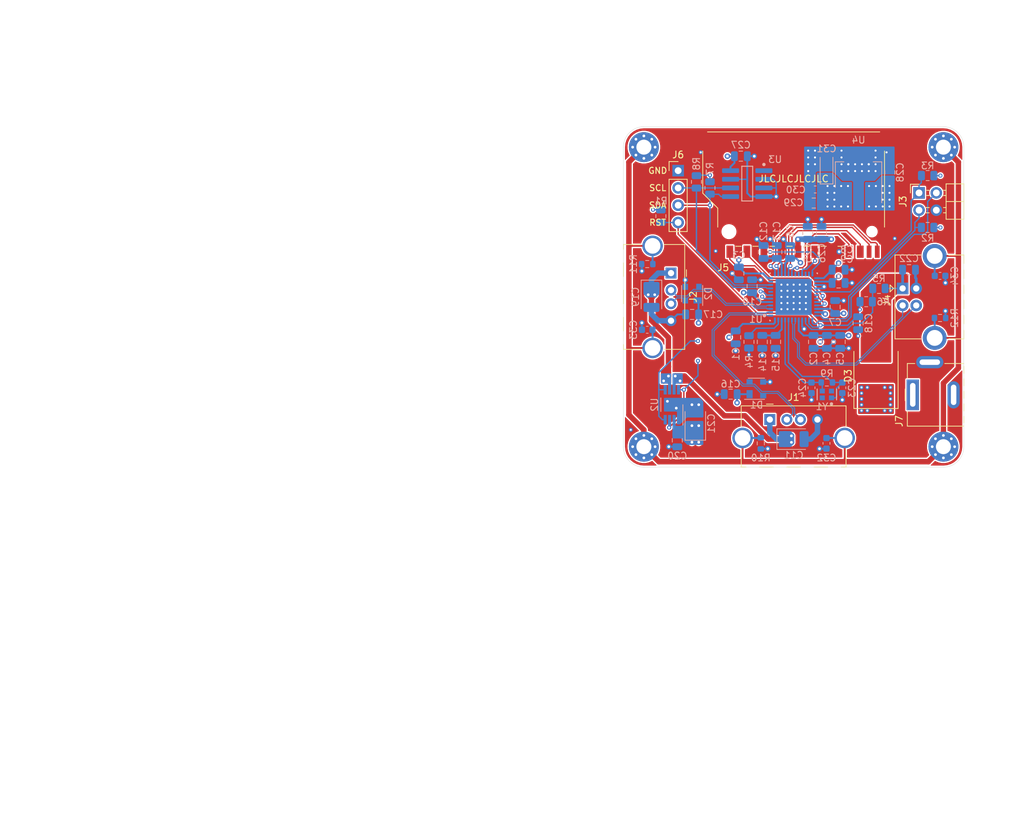
<source format=kicad_pcb>
(kicad_pcb (version 20240108) (generator "pcbnew") (generator_version "8.0")
  (title_block (title "Project 2901") (date "22/11/2020") (rev "1.0") (company "Douglas Almeida") (comment 1 "SD card reader with 2-port USB hub and I²C bridge."))
  (layers (0 "F.Cu" signal) (1 "In1.Cu" power) (2 "In2.Cu" power) (31 "B.Cu" signal) (34 "B.Paste" user) (35 "F.Paste" user) (36 "B.SilkS" user "B.Silkscreen") (37 "F.SilkS" user "F.Silkscreen") (38 "B.Mask" user) (39 "F.Mask" user) (44 "Edge.Cuts" user))
  (net 0 "")
  (net 1 "GND")
  (net 2 "+3V3")
  (net 3 "Net-(J1-VBUS)")
  (net 4 "Net-(U1-VDD18)")
  (net 5 "Net-(U1-VDD18PLL)")
  (net 6 "+5V")
  (net 7 "/nRESET")
  (net 8 "Net-(J2-VBUS)")
  (net 9 "Net-(D3-A)")
  (net 10 "Net-(U1-XTAL2)")
  (net 11 "Net-(U1-XTAL1(CLKIN))")
  (net 12 "Net-(J5-VDD)")
  (net 13 "Net-(J3-Pin_3)")
  (net 14 "Net-(J3-Pin_2)")
  (net 15 "Net-(J3-Pin_1)")
  (net 16 "Net-(J5-DAT2)")
  (net 17 "Net-(J5-CMD)")
  (net 18 "Net-(J5-CLK)")
  (net 19 "Net-(J5-DAT1)")
  (net 20 "Net-(J5-WRITE_PROTECT)")
  (net 21 "Net-(J5-CARD_DETECT)")
  (net 22 "Net-(J5-CD{slash}DAT3)")
  (net 23 "Net-(J5-DAT0)")
  (net 24 "Net-(J6-Pin_3)")
  (net 25 "Net-(J6-Pin_2)")
  (net 26 "Net-(U1-RBIAS)")
  (net 27 "Net-(U1-VBUS_DET)")
  (net 30 "/USB2+")
  (net 31 "/USB2-")
  (net 32 "/USB3-")
  (net 33 "/USB3+")
  (net 34 "/USB0-")
  (net 35 "/USB0+")
  (net 36 "SHIELD")
  (net 42 "Net-(U1-PRTCTL3)")
  (net 44 "Net-(U1-PRTCTL2)")
  (footprint "Extra:GCT_MEM1055-00-280-01-B" (layer "F.Cu") (at 145 85.411 180)
    (property "Reference" "J5")
    (property "Value" "SD_Card")
  )
  (footprint "MountingHole:MountingHole_2.2mm_M2_Pad_Via" (layer "F.Cu") (at 123 73)
    (property "Reference" "H1" (hide yes))
    (property "Value" "MountingHole_Pad")
  )
  (footprint "MountingHole:MountingHole_2.2mm_M2_Pad_Via" (layer "F.Cu") (at 123 117)
    (property "Reference" "H2" (hide yes))
    (property "Value" "MountingHole_Pad")
  )
  (footprint "MountingHole:MountingHole_2.2mm_M2_Pad_Via" (layer "F.Cu") (at 167 117)
    (property "Reference" "H4" (hide yes))
    (property "Value" "MountingHole_Pad")
  )
  (footprint "MountingHole:MountingHole_2.2mm_M2_Pad_Via" (layer "F.Cu") (at 167 73)
    (property "Reference" "H3" (hide yes))
    (property "Value" "MountingHole_Pad")
  )
  (footprint "Extra:AF90_protruded_6_mm" (layer "F.Cu") (at 141.5 113.01)
    (property "Reference" "J1")
    (property "Value" "Downstream_2")
  )
  (footprint "Extra:AF90_protruded_6_mm" (layer "F.Cu") (at 126.99 91.5 -90)
    (property "Reference" "J2")
    (property "Value" "Downstream_3")
  )
  (footprint "Extra:PinHeader_2x02_P2.54mm_Horizontal_protruded_6_mm" (layer "F.Cu") (at 163.42 79.72)
    (property "Reference" "J3")
    (property "Value" "I²C")
  )
  (footprint "Extra:USB_B_OST_USB-B1HSxx_Horizontal_Protruded_6_mm" (layer "F.Cu") (at 161.01 93.75)
    (property "Reference" "J4")
    (property "Value" "Upstream")
  )
  (footprint "Connector_PinHeader_2.54mm:PinHeader_1x04_P2.54mm_Vertical" (layer "F.Cu") (at 128.036 76.45)
    (property "Reference" "J6")
    (property "Value" "EEPROM_Pgm")
  )
  (footprint "Diode_SMD:D_SMC" (layer "F.Cu") (at 157.098 106.594 90)
    (property "Reference" "D3")
    (property "Value" "SS34")
  )
  (footprint "Extra:BarrelJack_DC-005_protruded_6_mm" (layer "F.Cu") (at 162.5 109.385 90)
    (property "Reference" "J7")
    (property "Value" "External_Power")
  )
  (footprint "Capacitor_Tantalum_SMD:CP_EIA-3528-21_Kemet-B" (layer "B.Cu") (at 145 115.885)
    (property "Reference" "C11")
    (property "Value" "100µF")
  )
  (footprint "Capacitor_Tantalum_SMD:CP_EIA-3528-21_Kemet-B" (layer "B.Cu") (at 124.115 95 -90)
    (property "Reference" "C19")
    (property "Value" "100µF")
  )
  (footprint "Capacitor_SMD:C_0805_2012Metric" (layer "B.Cu") (at 137.2455 74.328 180)
    (property "Reference" "C27")
    (property "Value" "100nF")
  )
  (footprint "Resistor_SMD:R_0805_2012Metric" (layer "B.Cu") (at 164.686 77.18 180)
    (property "Reference" "R3")
    (property "Value" "10k")
  )
  (footprint "Extra:TI_DGN0008G" (layer "B.Cu") (at 127.11 110.834 90)
    (property "Reference" "U2")
    (property "Value" "TPS2052C")
  )
  (footprint "Extra:Murata_XRCGB24M000F0L00R0" (layer "B.Cu") (at 149.881 109.326 180)
    (property "Reference" "Y1")
    (property "Value" "XRCGB24M000F0L00R0")
  )
  (footprint "Capacitor_SMD:C_0603_1608Metric" (layer "B.Cu") (at 152.151 108.3505 90)
    (property "Reference" "C23")
    (property "Value" "18pF")
  )
  (footprint "Resistor_SMD:R_0805_2012Metric" (layer "B.Cu") (at 125.496 83.1325 -90)
    (property "Reference" "R1")
    (property "Value" "100k")
  )
  (footprint "Resistor_SMD:R_0603_1608Metric" (layer "B.Cu") (at 149.881 107.563)
    (property "Reference" "R9")
    (property "Value" "1M")
  )
  (footprint "Extra:BGX50AE6327" (layer "B.Cu") (at 139.532 108.489)
    (property "Reference" "D1")
    (property "Value" "BGX50AE6327")
  )
  (footprint "Resistor_SMD:R_0805_2012Metric" (layer "B.Cu") (at 155.6575 95.702 180)
    (property "Reference" "R6")
    (property "Value" "100k")
  )
  (footprint "Capacitor_SMD:C_0805_2012Metric" (layer "B.Cu") (at 161.9475 91 180)
    (property "Reference" "C22")
    (property "Value" "1µF")
  )
  (footprint "Capacitor_SMD:C_0805_2012Metric" (layer "B.Cu") (at 147.075785 85.583 -90)
    (property "Reference" "C25")
    (property "Value" "100nF")
  )
  (footprint "Capacitor_SMD:C_0805_2012Metric" (layer "B.Cu") (at 149.095142 85.583 -90)
    (property "Reference" "C26")
    (property "Value" "4.7µF")
  )
  (footprint "Extra:Atmel_AT24C04BN" (layer "B.Cu") (at 138.183 78.355 180)
    (property "Reference" "U3")
    (property "Value" "AT24C04")
  )
  (footprint "Resistor_SMD:R_0805_2012Metric" (layer "B.Cu") (at 130.724 78.1 -90)
    (property "Reference" "R8")
    (property "Value" "10k")
  )
  (footprint "Resistor_SMD:R_0805_2012Metric" (layer "B.Cu") (at 132.708 78.99 -90)
    (property "Reference" "R7")
    (property "Value" "10k")
  )
  (footprint "Capacitor_SMD:C_0805_2012Metric" (layer "B.Cu") (at 135.751 109.289)
    (property "Reference" "C16")
    (property "Value" "100nF")
  )
  (footprint "Capacitor_SMD:C_0805_2012Metric" (layer "B.Cu") (at 127.91 116.064 90)
    (property "Reference" "C20")
    (property "Value" "100nF")
  )
  (footprint "Capacitor_SMD:C_0805_2012Metric" (layer "B.Cu") (at 130.09 97.569)
    (property "Reference" "C17")
    (property "Value" "100nF")
  )
  (footprint "Extra:BGX50AE6327" (layer "B.Cu") (at 130.09 94.516 90)
    (property "Reference" "D2")
    (property "Value" "BGX50AE6327")
  )
  (footprint "Capacitor_SMD:C_0805_2012Metric" (layer "B.Cu") (at 159.133 76.708 -90)
    (property "Reference" "C28")
    (property "Value" "4.7µF")
  )
  (footprint "Capacitor_SMD:C_0603_1608Metric" (layer "B.Cu") (at 147.62 108.3505 90)
    (property "Reference" "C24")
    (property "Value" "18pF")
  )
  (footprint "Resistor_SMD:R_0805_2012Metric" (layer "B.Cu") (at 157.5325 93.75 180)
    (property "Reference" "R5")
    (property "Value" "100k")
  )
  (footprint "Capacitor_SMD:C_0805_2012Metric" (layer "B.Cu") (at 147.963 81.214)
    (property "Reference" "C29")
    (property "Value" "4.7µF")
  )
  (footprint "Capacitor_Tantalum_SMD:CP_EIA-3528-21_Kemet-B" (layer "B.Cu") (at 130.5595 113.589 90)
    (property "Reference" "C21")
    (property "Value" "100µF")
  )
  (footprint "Capacitor_SMD:C_0603_1608Metric" (layer "B.Cu") (at 149.824 116.5075 90)
    (property "Reference" "C32")
    (property "Value" "100nF")
  )
  (footprint "Capacitor_SMD:C_0603_1608Metric" (layer "B.Cu") (at 123.4925 99.825)
    (property "Reference" "C33")
    (property "Value" "100nF")
  )
  (footprint "Capacitor_SMD:C_0603_1608Metric" (layer "B.Cu") (at 166.5075 91.906 180)
    (property "Reference" "C34")
    (property "Value" "100nF")
  )
  (footprint "Resistor_SMD:R_0603_1608Metric" (layer "B.Cu") (at 140.175 116.5075 90)
    (property "Reference" "R10")
    (property "Value" "330")
  )
  (footprint "Resistor_SMD:R_0603_1608Metric" (layer "B.Cu") (at 166.5075 98.095 180)
    (property "Reference" "R12")
    (property "Value" "330")
  )
  (footprint "Capacitor_Tantalum_SMD:CP_EIA-3216-18_Kemet-A" (layer "B.Cu") (at 149.833 76.087 90)
    (property "Reference" "C31")
    (property "Value" "10µF")
  )
  (footprint "Resistor_SMD:R_0603_1608Metric" (layer "B.Cu") (at 123.4925 90.175)
    (property "Reference" "R11")
    (property "Value" "330")
  )
  (footprint "Capacitor_SMD:C_0805_2012Metric" (layer "B.Cu") (at 142.353 101.603 90)
    (property "Reference" "C15")
    (property "Value" "1µF")
  )
  (footprint "Capacitor_SMD:C_0805_2012Metric" (layer "B.Cu") (at 140.395 101.603 90)
    (property "Reference" "C14")
    (property "Value" "100nF")
  )
  (footprint "Capacitor_SMD:C_0805_2012Metric" (layer "B.Cu") (at 142.5245 88.3975 -90)
    (property "Reference" "C13")
    (property "Value" "100nF")
  )
  (footprint "Capacitor_SMD:C_0805_2012Metric" (layer "B.Cu") (at 140.574 88.3975 -90)
    (property "Reference" "C12")
    (property "Value" "1µF")
  )
  (footprint "Capacitor_SMD:C_0805_2012Metric" (layer "B.Cu") (at 151.6025 92.95 180)
    (property "Reference" "C9")
    (property "Value" "100nF")
  )
  (footprint "Capacitor_SMD:C_0805_2012Metric" (layer "B.Cu") (at 151.6025 90.999 180)
    (property "Reference" "C8")
    (property "Value" "100nF")
  )
  (footprint "Capacitor_SMD:C_0805_2012Metric" (layer "B.Cu") (at 151.098 96.4845 -90)
    (property "Reference" "C7")
    (property "Value" "100nF")
  )
  (footprint "Capacitor_SMD:C_0805_2012Metric" (layer "B.Cu") (at 144.4745 88.3975 -90)
    (property "Reference" "C6")
    (property "Value" "100nF")
  )
  (footprint "Capacitor_SMD:C_0805_2012Metric" (layer "B.Cu") (at 151.838 101.603 90)
    (property "Reference" "C5")
    (property "Value" "4.7µF")
  )
  (footprint "Capacitor_SMD:C_0805_2012Metric" (layer "B.Cu") (at 149.885 101.603 90)
    (property "Reference" "C4")
    (property "Value" "4.7µF")
  )
  (footprint "Capacitor_SMD:C_0805_2012Metric" (layer "B.Cu") (at 147.932 101.603 90)
    (property "Reference" "C2")
    (property "Value" "100nF")
  )
  (footprint "Capacitor_SMD:C_0805_2012Metric" (layer "B.Cu") (at 136.485 100.9355 90)
    (property "Reference" "C1")
    (property "Value" "100nF")
  )
  (footprint "Resistor_SMD:R_0805_2012Metric" (layer "B.Cu") (at 138.438 101.603 90)
    (property "Reference" "R4")
    (property "Value" "12k")
  )
  (footprint "Capacitor_SMD:C_0805_2012Metric" (layer "B.Cu") (at 136.94943 91.549 90)
    (property "Reference" "C3")
    (property "Value" "100nF")
  )
  (footprint "Capacitor_SMD:C_0805_2012Metric" (layer "B.Cu") (at 138.902 93.424 -90)
    (property "Reference" "C10")
    (property "Value" "100nF")
  )
  (footprint "Extra:Microchip_USB2642-I_ML" (layer "B.Cu") (at 145 95)
    (property "Reference" "U1")
    (property "Value" "USB2642-I_ML")
  )
  (footprint "Package_TO_SOT_SMD:SOT-223-3_TabPin2" (layer "B.Cu") (at 154.532 77.064 90)
    (property "Reference" "U4")
    (property "Value" "AP7361-33E-13")
  )
  (footprint "Capacitor_SMD:C_0603_1608Metric" (layer "B.Cu") (at 148.17 79.214)
    (property "Reference" "C30")
    (property "Value" "1nF")
  )
  (footprint "Resistor_SMD:R_0805_2012Metric" (layer "B.Cu") (at 164.686 84.8 180)
    (property "Reference" "R2")
    (property "Value" "10k")
  )
  (footprint "Capacitor_SMD:C_0805_2012Metric" (layer "B.Cu") (at 154.473 98.858 90)
    (property "Reference" "C18")
    (property "Value" "100nF")
  )
  (gr_arc (start 123 120) (mid 120.87868 119.12132) (end 120 117) (stroke (width 0.05)) (layer "Edge.Cuts"))
  (gr_arc (start 170 117) (mid 169.12132 119.12132) (end 167 120) (stroke (width 0.05)) (layer "Edge.Cuts"))
  (gr_arc (start 167 70) (mid 169.12132 70.87868) (end 170 73) (stroke (width 0.05)) (layer "Edge.Cuts"))
  (gr_arc (start 120 73) (mid 120.87868 70.87868) (end 123 70) (stroke (width 0.05)) (layer "Edge.Cuts"))
  (gr_line (start 167 70) (end 123 70) (stroke (width 0.05)) (layer "Edge.Cuts"))
  (gr_line (start 170 117) (end 170 73) (stroke (width 0.05)) (layer "Edge.Cuts"))
  (gr_line (start 123 120) (end 167 120) (stroke (width 0.05)) (layer "Edge.Cuts"))
  (gr_line (start 120 73) (end 120 117) (stroke (width 0.05)) (layer "Edge.Cuts"))
  (gr_text "SDA" (at 125.036 81.53 0) (layer "F.SilkS") (effects (font (size 0.9 0.9))))
  (gr_text "SCL" (at 125.036 78.99 0) (layer "F.SilkS") (effects (font (size 0.9 0.9))))
  (gr_text "GND" (at 125.036 76.45 0) (layer "F.SilkS") (effects (font (size 0.9 0.9))))
  (gr_text "JLCJLCJLCJLC" (at 145 77.65 0) (layer "F.SilkS") (effects (font (size 1 1))))
  (gr_text "RST" (at 125.036 84.07 0) (layer "F.SilkS") (effects (font (size 0.9 0.9))))
  (segment (start 158.65 71.9111) (end 158.65 73.762) (width 0.28) (layer "F.Cu") (net 1))
  (segment (start 158.65 86.411) (end 159.85 86.411) (width 0.28) (layer "F.Cu") (net 1))
  (segment (start 131.35 71.9111) (end 131.35 73.762) (width 0.28) (layer "F.Cu") (net 1))
  (segment (start 133.55 86.411) (end 133.55 88.262) (width 0.28) (layer "F.Cu") (net 1))
  (segment (start 143.13143 88.361) (end 143.13143 86.88832) (width 0.28) (layer "F.Cu") (net 1))
  (segment (start 143.13143 86.88832) (end 143.49925 86.5205) (width 0.28) (layer "F.Cu") (net 1))
  (segment (start 150.63143 88.361) (end 151.683 88.361) (width 0.28) (layer "F.Cu") (net 1))
  (via (at 126.46 110.334) (size 0.8) (drill 0.4) (layers "F.Cu" "B.Cu") (net 1))
  (via (at 155.032 76.515) (size 0.6) (drill 0.3) (layers "F.Cu" "B.Cu") (net 1))
  (via (at 156.032 76.515) (size 0.6) (drill 0.3) (layers "F.Cu" "B.Cu") (net 1))
  (via (at 153.032 75.515) (size 0.6) (drill 0.3) (layers "F.Cu" "B.Cu") (net 1))
  (via (at 154.032 76.515) (size 0.6) (drill 0.3) (layers "F.Cu" "B.Cu") (net 1))
  (via (at 141.54925 86.5205) (size 0.8) (drill 0.4) (layers "F.Cu" "B.Cu") (net 1))
  (via (at 140.153 92.4865) (size 0.8) (drill 0.4) (layers "F.Cu" "B.Cu") (net 1))
  (via (at 153.577 92.95) (size 0.8) (drill 0.4) (layers "F.Cu" "B.Cu") (net 1))
  (via (at 136.485 102.911) (size 0.8) (drill 0.4) (layers "F.Cu" "B.Cu") (net 1))
  (via (at 138.438 103.479) (size 0.6) (drill 0.3) (layers "F.Cu" "B.Cu") (net 1))
  (via (at 142.353 103.579) (size 0.8) (drill 0.4) (layers "F.Cu" "B.Cu") (net 1))
  (via (at 140.395 103.579) (size 0.8) (drill 0.4) (layers "F.Cu" "B.Cu") (net 1))
  (via (at 150.8615 101.603) (size 0.8) (drill 0.4) (layers "F.Cu" "B.Cu") (net 1))
  (via (at 153.089 102.5405) (size 0.8) (drill 0.4) (layers "F.Cu" "B.Cu") (net 1))
  (via (at 153.577 90.999) (size 0.8) (drill 0.4) (layers "F.Cu" "B.Cu") (net 1))
  (via (at 149.477 93.5) (size 0.8) (drill 0.4) (layers "F.Cu" "B.Cu") (net 1))
  (via (at 146.553505 99.703452) (size 0.8) (drill 0.4) (layers "F.Cu" "B.Cu") (net 1))
  (via (at 135.97293 91.547) (size 0.8) (drill 0.4) (layers "F.Cu" "B.Cu") (net 1))
  (via (at 152.349 95.547) (size 0.8) (drill 0.4) (layers "F.Cu" "B.Cu") (net 1))
  (via (at 143.49925 86.5205) (size 0.8) (drill 0.4) (layers "F.Cu" "B.Cu") (net 1))
  (via (at 139.59875 86.5205) (size 0.8) (drill 0.4) (layers "F.Cu" "B.Cu") (net 1))
  (via (at 153.032 76.515) (size 0.6) (drill 0.3) (layers "F.Cu" "B.Cu") (net 1))
  (via (at 156.032 75.515) (size 0.6) (drill 0.3) (layers "F.Cu" "B.Cu") (net 1))
  (via (at 154.032 75.515) (size 0.6) (drill 0.3) (layers "F.Cu" "B.Cu") (net 1))
  (via (at 155.032 75.515) (size 0.6) (drill 0.3) (layers "F.Cu" "B.Cu") (net 1))
  (via (at 157.032 76.515) (size 0.6) (drill 0.3) (layers "F.Cu" "B.Cu") (net 1))
  (via (at 156.032 75.515) (size 0.6) (drill 0.3) (layers "F.Cu" "B.Cu") (net 1))
  (via (at 157.032 75.515) (size 0.6) (drill 0.3) (layers "F.Cu" "B.Cu") (net 1))
  (via (at 157.032 74.515) (size 0.6) (drill 0.3) (layers "F.Cu" "B.Cu") (net 1))
  (via (at 157.032 73.515) (size 0.6) (drill 0.3) (layers "F.Cu" "B.Cu") (net 1))
  (via (at 152.032 76.515) (size 0.6) (drill 0.3) (layers "F.Cu" "B.Cu") (net 1))
  (via (at 153.032 75.515) (size 0.6) (drill 0.3) (layers "F.Cu" "B.Cu") (net 1))
  (via (at 152.032 75.515) (size 0.6) (drill 0.3) (layers "F.Cu" "B.Cu") (net 1))
  (via (at 152.032 74.515) (size 0.6) (drill 0.3) (layers "F.Cu" "B.Cu") (net 1))
  (via (at 152.032 73.515) (size 0.6) (drill 0.3) (layers "F.Cu" "B.Cu") (net 1))
  (via (at 148.138 73.514) (size 0.6) (drill 0.3) (layers "F.Cu" "B.Cu") (net 1))
  (via (at 147.138 74.514) (size 0.6) (drill 0.3) (layers "F.Cu" "B.Cu") (net 1))
  (via (at 148.138 74.514) (size 0.6) (drill 0.3) (layers "F.Cu" "B.Cu") (net 1))
  (via (at 147.138 75.514) (size 0.6) (drill 0.3) (layers "F.Cu" "B.Cu") (net 1))
  (via (at 148.138 75.514) (size 0.6) (drill 0.3) (layers "F.Cu" "B.Cu") (net 1))
  (via (at 147.138 76.514) (size 0.6) (drill 0.3) (layers "F.Cu" "B.Cu") (net 1))
  (via (at 167.295 97.07) (size 0.8) (drill 0.4) (layers "F.Cu" "B.Cu") (net 1))
  (via (at 141.533 107.489) (size 0.8) (drill 0.4) (layers "F.Cu" "B.Cu") (net 1))
  (via (at 167.295 92.931) (size 0.8) (drill 0.4) (layers "F.Cu" "B.Cu") (net 1))
  (via (at 122.705 91.201) (size 0.8) (drill 0.4) (layers "F.Cu" "B.Cu") (net 1))
  (via (at 133.775 109.289) (size 0.8) (drill 0.4) (layers "F.Cu" "B.Cu") (net 1))
  (via (at 142.434 80.26) (size 0.8) (drill 0.4) (layers "F.Cu" "B.Cu") (net 1))
  (via (at 152.151 110.127) (size 0.8) (drill 0.4) (layers "F.Cu" "B.Cu") (net 1))
  (via (at 151.683 88.361) (size 0.8) (drill 0.4) (layers "F.Cu" "B.Cu") (net 1))
  (via (at 147.138 73.514) (size 0.6) (drill 0.3) (layers "F.Cu" "B.Cu") (net 1))
  (via (at 149.095142 83.6075) (size 0.8) (drill 0.4) (layers "F.Cu" "B.Cu") (net 1))
  (via (at 148.799 117.295) (size 0.8) (drill 0.4) (layers "F.Cu" "B.Cu") (net 1))
  (via (at 133.55 88.262) (size 0.6) (drill 0.3) (layers "F.Cu" "B.Cu") (net 1))
  (via (at 154.72 96.852) (size 0.6) (drill 0.3) (layers "F.Cu" "B.Cu") (net 1))
  (via (at 131.35 73.762) (size 0.6) (drill 0.3) (layers "F.Cu" "B.Cu") (net 1))
  (via (at 147.075785 83.6075) (size 0.8) (drill 0.4) (layers "F.Cu" "B.Cu") (net 1))
  (via (at 131.0595 110.834) (size 0.8) (drill 0.4) (layers "F.Cu" "B.Cu") (net 1))
  (via (at 121.08 114.52) (size 0.6) (drill 0.3) (layers "F.Cu" "B.Cu") (net 1))
  (via (at 129.09 92.515) (size 0.8) (drill 0.4) (layers "F.Cu" "B.Cu") (net 1))
  (via (at 158.65 73.762) (size 0.6) (drill 0.3) (layers "F.Cu" "B.Cu") (net 1))
  (via (at 130.0595 110.834) (size 0.8) (drill 0.4) (layers "F.Cu" "B.Cu") (net 1))
  (via (at 127.76 111.334) (size 0.8) (drill 0.4) (layers "F.Cu" "B.Cu") (net 1))
  (via (at 122.705 98.799) (size 0.8) (drill 0.4) (layers "F.Cu" "B.Cu") (net 1))
  (via (at 126.659 117.0015) (size 0.8) (drill 0.4) (layers "F.Cu" "B.Cu") (net 1))
  (via (at 159.85 86.411) (size 0.6) (drill 0.3) (layers "F.Cu" "B.Cu") (net 1))
  (via (at 147.62 110.127) (size 0.8) (drill 0.4) (layers "F.Cu" "B.Cu") (net 1))
  (via (at 141.2 117.295) (size 0.8) (drill 0.4) (layers "F.Cu" "B.Cu") (net 1))
  (via (at 154.473 100.733) (size 0.6) (drill 0.3) (layers "F.Cu" "B.Cu") (net 1))
  (via (at 139.221 74.328) (size 0.8) (drill 0.4) (layers "F.Cu" "B.Cu") (net 1))
  (segment (start 138.183 77.926) (end 138.183 79.756) (width 0.28) (layer "B.Cu") (net 1))
  (segment (start 136.88143 92.4865) (end 136.84243 92.4865) (width 0.28) (layer "B.Cu") (net 1))
  (segment (start 136.91043 92.4845) (end 135.97293 91.547) (width 0.28) (layer "B.Cu") (net 1))
  (segment (start 138.902 92.4865) (end 140.153 92.4865) (width 0.28) (layer "B.Cu") (net 1))
  (segment (start 152.54 92.95) (end 153.577 92.95) (width 0.28) (layer "B.Cu") (net 1))
  (segment (start 152.54 90.999) (end 153.577 90.999) (width 0.28) (layer "B.Cu") (net 1))
  (segment (start 153.089 102.5405) (end 147.932 102.5405) (width 0.28) (layer "B.Cu") (net 1))
  (segment (start 149.885 102.5405) (end 149.924 102.5405) (width 0.28) (layer "B.Cu") (net 1))
  (segment (start 149.924 102.5405) (end 150.8615 101.603) (width 0.28) (layer "B.Cu") (net 1))
  (segment (start 136.485 101.873) (end 136.485 102.911) (width 0.28) (layer "B.Cu") (net 1))
  (segment (start 138.438 102.5405) (end 138.438 103.479) (width 0.2) (layer "B.Cu") (net 1))
  (segment (start 140.395 102.5405) (end 140.395 103.579) (width 0.28) (layer "B.Cu") (net 1))
  (segment (start 142.353 102.5405) (end 142.353 103.579) (width 0.28) (layer "B.Cu") (net 1))
  (segment (start 148.37 93.25) (end 149.227 93.25) (width 0.28) (layer "B.Cu") (net 1))
  (segment (start 149.227 93.25) (end 149.477 93.5) (width 0.28) (layer "B.Cu") (net 1))
  (segment (start 148.37 93.75) (end 149.227 93.75) (width 0.28) (layer "B.Cu") (net 1))
  (segment (start 149.227 93.75) (end 149.477 93.5) (width 0.28) (layer "B.Cu") (net 1))
  (segment (start 146.25 98.37) (end 146.25 99.329227) (width 0.28) (layer "B.Cu") (net 1))
  (segment (start 146.25 99.329227) (end 146.588865 99.668092) (width 0.28) (layer "B.Cu") (net 1))
  (segment (start 142.48875 87.46) (end 141.54925 86.5205) (width 0.28) (layer "B.Cu") (net 1))
  (segment (start 151.098 95.547) (end 152.349 95.547) (width 0.28) (layer "B.Cu") (net 1))
  (segment (start 144.43875 87.46) (end 143.49925 86.5205) (width 0.28) (layer "B.Cu") (net 1))
  (segment (start 140.53825 87.46) (end 139.59875 86.5205) (width 0.28) (layer "B.Cu") (net 1))
  (segment (start 154.72 95.702) (end 154.72 96.852) (width 0.2) (layer "B.Cu") (net 1))
  (segment (start 163.01 92.317) (end 163.01 93.75) (width 0.4) (layer "B.Cu") (net 1))
  (segment (start 137.083 77.72) (end 138.183 77.72) (width 0.2) (layer "B.Cu") (net 1))
  (segment (start 142.434 79.694315) (end 142.434 80.26) (width 0.2) (layer "B.Cu") (net 1))
  (segment (start 138.687 80.26) (end 138.183 79.756) (width 0.28) (layer "B.Cu") (net 1))
  (segment (start 152.151 109.138) (end 152.151 110.127) (width 0.28) (layer "B.Cu") (net 1))
  (segment (start 127.921 97.569) (end 126.99 98.5) (width 0.28) (layer "B.Cu") (net 1))
  (segment (start 138.183 74.328) (end 138.183 77.926) (width 0.28) (layer "B.Cu") (net 1))
  (segment (start 142.404 78.99) (end 140.633 78.99) (width 0.2) (layer "B.Cu") (net 1))
  (segment (start 125.099 98.5) (end 124.115 97.516) (width 0.8) (layer "B.Cu") (net 1))
  (segment (start 129.1525 97.569) (end 127.921 97.569) (width 0.28) (layer "B.Cu") (net 1))
  (segment (start 135.733 77.72) (end 137.083 77.72) (width 0.2) (layer "B.Cu") (net 1))
  (segment (start 162.885 91) (end 162.885 92.192) (width 0.4) (layer "B.Cu") (net 1))
  (segment (start 127.91 117.0015) (end 126.659 117.0015) (width 0.28) (layer "B.Cu") (net 1))
  (segment (start 122.705 90.175) (end 122.705 91.201) (width 0.28) (layer "B.Cu") (net 1))
  (segment (start 134.8135 109.289) (end 133.775 109.289) (width 0.28) (layer "B.Cu") (net 1))
  (segment (start 167.295 91.906) (end 167.295 92.931) (width 0.28) (layer "B.Cu") (net 1))
  (segment (start 147.62 109.138) (end 147.62 110.127) (width 0.28) (layer "B.Cu") (net 1))
  (segment (start 124.115 96.5375) (end 124.115 97.516) (width 0.8) (layer "B.Cu") (net 1))
  (segment (start 122.705 99.825) (end 122.705 98.799) (width 0.28) (layer "B.Cu") (net 1))
  (segment (start 147.075785 84.6455) (end 147.075785 83.6075) (width 0.28) (layer "B.Cu") (net 1))
  (segment (start 154.473 99.7955) (end 154.473 100.733) (width 0.2) (layer "B.Cu") (net 1))
  (segment (start 148.5 114.9) (end 147.515 115.885) (width 0.8) (layer "B.Cu") (net 1))
  (segment (start 167.295 98.095) (end 167.295 97.07) (width 0.28) (layer "B.Cu") (net 1))
  (segment (start 146.5375 115.885) (end 147.515 115.885) (width 0.8) (layer "B.Cu") (net 1))
  (segment (start 126.99 98.5) (end 125.099 98.5) (width 0.8) (layer "B.Cu") (net 1))
  (segment (start 142.434 79.02) (end 142.434 79.694315) (width 0.2) (layer "B.Cu") (net 1))
  (segment (start 162.885 92.192) (end 163.01 92.317) (width 0.4) (layer "B.Cu") (net 1))
  (segment (start 140.633 77.72) (end 141.983 77.72) (width 0.2) (layer "B.Cu") (net 1))
  (segment (start 140.175 117.295) (end 141.2 117.295) (width 0.28) (layer "B.Cu") (net 1))
  (segment (start 149.095142 84.6455) (end 149.095142 83.6075) (width 0.28) (layer "B.Cu") (net 1))
  (segment (start 140.532 107.489) (end 141.533 107.489) (width 0.28) (layer "B.Cu") (net 1))
  (segment (start 148.5 113.01) (end 148.5 114.9) (width 0.8) (layer "B.Cu") (net 1))
  (segment (start 140.633 80.26) (end 142.434 80.26) (width 0.28) (layer "B.Cu") (net 1))
  (segment (start 138.183 74.328) (end 139.221 74.328) (width 0.28) (layer "B.Cu") (net 1))
  (segment (start 142.434 79.02) (end 142.404 78.99) (width 0.2) (layer "B.Cu") (net 1))
  (segment (start 149.824 117.295) (end 148.799 117.295) (width 0.28) (layer "B.Cu") (net 1))
  (segment (start 129.09 93.516) (end 129.09 92.515) (width 0.28) (layer "B.Cu") (net 1))
  (segment (start 142.434 78.171) (end 142.434 79.02) (width 0.2) (layer "B.Cu") (net 1))
  (segment (start 141.983 77.72) (end 142.434 78.171) (width 0.2) (layer "B.Cu") (net 1))
  (segment (start 140.633 80.26) (end 138.687 80.26) (width 0.28) (layer "B.Cu") (net 1))
  (via (at 136.94943 89.570665) (size 0.8) (drill 0.4) (layers "F.Cu" "B.Cu") (net 2))
  (via (at 137.651 94.3615) (size 0.8) (drill 0.4) (layers "F.Cu" "B.Cu") (net 2))
  (via (at 151.602 91.9745) (size 0.8) (drill 0.4) (layers "F.Cu" "B.Cu") (net 2))
  (via (at 153.089 100.6655) (size 0.8) (drill 0.4) (layers "F.Cu" "B.Cu") (net 2))
  (via (at 148.9085 101.603) (size 0.8) (drill 0.4) (layers "F.Cu" "B.Cu") (net 2))
  (via (at 146.001 89.964) (size 0.8) (drill 0.4) (layers "F.Cu" "B.Cu") (net 2))
  (via (at 152.349 97.422) (size 0.8) (drill 0.4) (layers "F.Cu" "B.Cu") (net 2))
  (via (at 151.602 90.0235) (size 0.8) (drill 0.4) (layers "F.Cu" "B.Cu") (net 2))
  (via (at 135.5085 100.9355) (size 0.8) (drill 0.4) (layers "F.Cu" "B.Cu") (net 2))
  (via (at 150.982 78.714) (size 0.6) (drill 0.3) (layers "F.Cu" "B.Cu") (net 2))
  (via (at 151.982 78.714) (size 0.6) (drill 0.3) (layers "F.Cu" "B.Cu") (net 2))
  (via (at 152.982 78.714) (size 0.6) (drill 0.3) (layers "F.Cu" "B.Cu") (net 2))
  (via (at 151.982 81.714) (size 0.6) (drill 0.3) (layers "F.Cu" "B.Cu") (net 2))
  (via (at 152.982 81.714) (size 0.6) (drill 0.3) (layers "F.Cu" "B.Cu") (net 2))
  (via (at 149.982 78.714) (size 0.6) (drill 0.3) (layers "F.Cu" "B.Cu") (net 2))
  (via (at 149.982 79.714) (size 0.6) (drill 0.3) (layers "F.Cu" "B.Cu") (net 2))
  (via (at 150.982 80.714) (size 0.6) (drill 0.3) (layers "F.Cu" "B.Cu") (net 2))
  (via (at 149.982 80.714) (size 0.6) (drill 0.3) (layers "F.Cu" "B.Cu") (net 2))
  (via (at 150.982 81.714) (size 0.6) (drill 0.3) (layers "F.Cu" "B.Cu") (net 2))
  (via (at 149.982 81.714) (size 0.6) (drill 0.3) (layers "F.Cu" "B.Cu") (net 2))
  (via (at 135.271 74.328) (size 0.8) (drill 0.4) (layers "F.Cu" "B.Cu") (net 2))
  (via (at 166.561 84.8) (size 0.6) (drill 0.3) (layers "F.Cu" "B.Cu") (net 2))
  (via (at 132.708 77.114) (size 0.6) (drill 0.3) (layers "F.Cu" "B.Cu") (net 2))
  (via (at 124.346 82.195) (size 0.6) (drill 0.3) (layers "F.Cu" "B.Cu") (net 2))
  (via (at 166.561 77.18) (size 0.6) (drill 0.3) (layers "F.Cu" "B.Cu") (net 2))
  (via (at 150.982 79.714) (size 0.6) (drill 0.3) (layers "F.Cu" "B.Cu") (net 2))
  (segment (start 136.94943 90.6095) (end 136.94943 89.570665) (width 0.28) (layer "B.Cu") (net 2))
  (segment (start 136.485 99.998) (end 136.446 99.998) (width 0.28) (layer "B.Cu") (net 2))
  (segment (start 136.446 99.998) (end 135.5085 100.9355) (width 0.28) (layer "B.Cu") (net 2))
  (segment (start 150.665 90.999) (end 150.665 90.9605) (width 0.28) (layer "B.Cu") (net 2))
  (segment (start 150.665 90.9605) (end 151.602 90.0235) (width 0.28) (layer "B.Cu") (net 2))
  (segment (start 150.665 92.95) (end 150.465 92.75) (width 0.28) (layer "B.Cu") (net 2))
  (segment (start 150.465 92.75) (end 148.37 92.75) (width 0.28) (layer "B.Cu") (net 2))
  (segment (start 150.665 92.95) (end 150.665 92.9115) (width 0.28) (layer "B.Cu") (net 2))
  (segment (start 150.665 92.9115) (end 151.602 91.9745) (width 0.28) (layer "B.Cu") (net 2))
  (segment (start 149.4925 100.6655) (end 153.089 100.6655) (width 0.28) (layer "B.Cu") (net 2))
  (segment (start 149.885 100.6655) (end 149.846 100.6655) (width 0.28) (layer "B.Cu") (net 2))
  (segment (start 149.846 100.6655) (end 148.9085 101.603) (width 0.28) (layer "B.Cu") (net 2))
  (segment (start 149.885 100.6655) (end 149.885 100.723) (width 0.28) (layer "B.Cu") (net 2))
  (segment (start 150.128 100.6655) (end 149.9675 100.6655) (width 0.28) (layer "B.Cu") (net 2))
  (segment (start 144.4745 89.335) (end 145.372 89.335) (width 0.28) (layer "B.Cu") (net 2))
  (segment (start 145.372 89.335) (end 146.001 89.964) (width 0.28) (layer "B.Cu") (net 2))
  (segment (start 143.75 91.63) (end 143.75 90.0595) (width 0.28) (layer "B.Cu") (net 2))
  (segment (start 143.75 90.0595) (end 144.4745 89.335) (width 0.28) (layer "B.Cu") (net 2))
  (segment (start 141.63 92.25) (end 141.211702 92.25) (width 0.28) (layer "B.Cu") (net 2))
  (segment (start 141.211702 92.25) (end 140.511702 91.55) (width 0.28) (layer "B.Cu") (net 2))
  (segment (start 137.8855 91.55) (end 136.947 90.6115) (width 0.28) (layer "B.Cu") (net 2))
  (segment (start 148.37 96.75) (end 150.353 96.75) (width 0.28) (layer "B.Cu") (net 2))
  (segment (start 147.932 100.6655) (end 148.0925 100.6655) (width 0.28) (layer "B.Cu") (net 2))
  (segment (start 148.37 92.25) (end 149.414 92.25) (width 0.28) (layer "B.Cu") (net 2))
  (segment (start 149.414 92.25) (end 150.665 90.999) (width 0.28) (layer "B.Cu") (net 2))
  (segment (start 136.485 99.998) (end 137.521 98.962) (width 0.28) (layer "B.Cu") (net 2))
  (segment (start 137.521 98.962) (end 142.068 98.962) (width 0.28) (layer "B.Cu") (net 2))
  (segment (start 142.068 98.962) (end 142.25 98.78) (width 0.28) (layer "B.Cu") (net 2))
  (segment (start 142.25 98.78) (end 142.25 98.37) (width 0.28) (layer "B.Cu") (net 2))
  (segment (start 151.098 97.422) (end 152.349 97.422) (width 0.28) (layer "B.Cu") (net 2))
  (segment (start 138.7765 94.3615) (end 140.165 95.75) (width 0.28) (layer "B.Cu") (net 2))
  (segment (start 141.63 95.75) (end 140.165 95.75) (width 0.28) (layer "B.Cu") (net 2))
  (segment (start 148.37 96.75) (end 150.426 96.75) (width 0.28) (layer "B.Cu") (net 2))
  (segment (start 150.426 96.75) (end 151.098 97.422) (width 0.28) (layer "B.Cu") (net 2))
  (segment (start 137.651 94.3615) (end 138.7765 94.3615) (width 0.28) (layer "B.Cu") (net 2))
  (segment (start 145.75 99.949434) (end 146.466066 100.6655) (width 0.28) (layer "B.Cu") (net 2))
  (segment (start 146.466066 100.6655) (end 149.885 100.6655) (width 0.28) (layer "B.Cu") (net 2))
  (segment (start 145.75 98.37) (end 145.75 99.949434) (width 0.28) (layer "B.Cu") (net 2))
  (segment (start 140.511702 91.55) (end 137.8855 91.55) (width 0.28) (layer "B.Cu") (net 2))
  (segment (start 165.6235 77.18) (end 166.561 77.18) (width 0.2) (layer "B.Cu") (net 2))
  (segment (start 136.308 74.328) (end 136.308 75.309) (width 0.28) (layer "B.Cu") (net 2))
  (segment (start 130.7725 77.114) (end 130.724 77.1625) (width 0.2) (layer "B.Cu") (net 2))
  (segment (start 132.708 77.114) (end 130.7725 77.114) (width 0.2) (layer "B.Cu") (net 2))
  (segment (start 136.308 75.309) (end 135.733 75.884) (width 0.28) (layer "B.Cu") (net 2))
  (segment (start 136.308 74.328) (end 135.271 74.328) (width 0.28) (layer "B.Cu") (net 2))
  (segment (start 125.496 82.195) (end 124.346 82.195) (width 0.2) (layer "B.Cu") (net 2))
  (segment (start 135.733 75.884) (end 135.733 76.45) (width 0.28) (layer "B.Cu") (net 2))
  (segment (start 132.708 78.0525) (end 132.708 77.114) (width 0.2) (layer "B.Cu") (net 2))
  (segment (start 165.6235 84.8) (end 166.561 84.8) (width 0.2) (layer "B.Cu") (net 2))
  (segment (start 144.6755 115.4095) (end 144.6755 116.3605) (width 0.8) (layer "F.Cu") (net 3))
  (segment (start 144.2 115.885) (end 144.6755 116.3605) (width 0.8) (layer "F.Cu") (net 3))
  (segment (start 137.852 112.467) (end 134.833 112.467) (width 0.8) (layer "F.Cu") (net 3))
  (segment (start 134.833 112.467) (end 129.7 107.334) (width 0.8) (layer "F.Cu") (net 3))
  (segment (start 128.992894 106.626894) (end 129.7 107.334) (width 0.8) (layer "F.Cu") (net 3))
  (segment (start 141.27 115.885) (end 144.2 115.885) (width 0.8) (layer "F.Cu") (net 3))
  (segment (start 127.61 106.626894) (end 128.992894 106.626894) (width 0.8) (layer "F.Cu") (net 3))
  (segment (start 137.852 112.467) (end 141.27 115.885) (width 0.8) (layer "F.Cu") (net 3))
  (segment (start 129.7 107.334) (end 128.317106 107.334) (width 0.8) (layer "F.Cu") (net 3))
  (segment (start 144.6755 115.4095) (end 144.2 115.885) (width 0.8) (layer "F.Cu") (net 3))
  (via (at 144.6755 116.3605) (size 0.8) (drill 0.4) (layers "F.Cu" "B.Cu") (net 3))
  (via (at 144.6755 115.4095) (size 0.8) (drill 0.4) (layers "F.Cu" "B.Cu") (net 3))
  (via (at 127.61 106.626894) (size 0.8) (drill 0.4) (layers "F.Cu" "B.Cu") (net 3))
  (via (at 128.317106 107.334) (size 0.8) (drill 0.4) (layers "F.Cu" "B.Cu") (net 3))
  (segment (start 127.435 107.509) (end 127.61 107.334) (width 0.28) (layer "B.Cu") (net 3))
  (segment (start 143.938 116.3605) (end 143.4625 115.885) (width 0.8) (layer "B.Cu") (net 3))
  (segment (start 144.6755 116.3605) (end 143.938 116.3605) (width 0.8) (layer "B.Cu") (net 3))
  (segment (start 127.61 107.334) (end 128.175685 107.334) (width 0.28) (layer "B.Cu") (net 3))
  (segment (start 143.4625 115.885) (end 142.484 115.885) (width 0.8) (layer "B.Cu") (net 3))
  (segment (start 127.435 106.943315) (end 127.61 106.768315) (width 0.28) (layer "B.Cu") (net 3))
  (segment (start 142.484 115.885) (end 141.5 114.901) (width 0.8) (layer "B.Cu") (net 3))
  (segment (start 127.435 108.634) (end 127.435 107.509) (width 0.28) (layer "B.Cu") (net 3))
  (segment (start 127.435 106.944) (end 127.61 106.769) (width 0.28) (layer "B.Cu") (net 3))
  (segment (start 127.435 108.634) (end 127.435 106.943315) (width 0.28) (layer "B.Cu") (net 3))
  (segment (start 141.5 114.901) (end 141.5 113.01) (width 0.8) (layer "B.Cu") (net 3))
  (segment (start 143.938 115.4095) (end 143.4625 115.885) (width 0.8) (layer "B.Cu") (net 3))
  (segment (start 144.6755 115.4095) (end 143.938 115.4095) (width 0.8) (layer "B.Cu") (net 3))
  (segment (start 140.574 89.335) (end 142.5245 89.335) (width 0.28) (layer "B.Cu") (net 4))
  (segment (start 143.25 91.63) (end 143.25 90.0605) (width 0.28) (layer "B.Cu") (net 4))
  (segment (start 143.25 90.0605) (end 142.5245 89.335) (width 0.28) (layer "B.Cu") (net 4))
  (segment (start 142.353 100.6655) (end 140.395 100.6655) (width 0.28) (layer "B.Cu") (net 5))
  (segment (start 142.353 100.6655) (end 143.25 99.7685) (width 0.28) (layer "B.Cu") (net 5))
  (segment (start 143.25 99.7685) (end 143.25 98.37) (width 0.28) (layer "B.Cu") (net 5))
  (via (at 131.0595 116.34) (size 0.8) (drill 0.4) (layers "F.Cu" "B.Cu") (net 6))
  (via (at 156.082 81.714) (size 0.6) (drill 0.3) (layers "F.Cu" "B.Cu") (net 6))
  (via (at 157.082 81.714) (size 0.6) (drill 0.3) (layers "F.Cu" "B.Cu") (net 6))
  (via (at 158.082 78.714) (size 0.6) (drill 0.3) (layers "F.Cu" "B.Cu") (net 6))
  (via (at 157.082 78.714) (size 0.6) (drill 0.3) (layers "F.Cu" "B.Cu") (net 6))
  (via (at 156.082 78.714) (size 0.6) (drill 0.3) (layers "F.Cu" "B.Cu") (net 6))
  (via (at 159.082 81.714) (size 0.6) (drill 0.3) (layers "F.Cu" "B.Cu") (net 6))
  (via (at 158.082 81.714) (size 0.6) (drill 0.3) (layers "F.Cu" "B.Cu") (net 6))
  (via (at 159.082 78.714) (size 0.6) (drill 0.3) (layers "F.Cu" "B.Cu") (net 6))
  (via (at 159.082 80.714) (size 0.6) (drill 0.3) (layers "F.Cu" "B.Cu") (net 6))
  (via (at 159.082 79.714) (size 0.6) (drill 0.3) (layers "F.Cu" "B.Cu") (net 6))
  (via (at 158.082 79.714) (size 0.6) (drill 0.3) (layers "F.Cu" "B.Cu") (net 6))
  (via (at 158.082 80.714) (size 0.6) (drill 0.3) (layers "F.Cu" "B.Cu") (net 6))
  (via (at 159.223 109.994) (size 0.6) (drill 0.3) (layers "F.Cu" "B.Cu") (net 6))
  (via (at 159.223 110.844) (size 0.6) (drill 0.3) (layers "F.Cu" "B.Cu") (net 6))
  (via (at 158.373 111.694) (size 0.6) (drill 0.3) (layers "F.Cu" "B.Cu") (net 6))
  (via (at 159.223 111.694) (size 0.6) (drill 0.3) (layers "F.Cu" "B.Cu") (net 6))
  (via (at 159.223 109.144) (size 0.6) (drill 0.3) (layers "F.Cu" "B.Cu") (net 6))
  (via (at 158.373 108.294) (size 0.6) (drill 0.3) (layers "F.Cu" "B.Cu") (net 6))
  (via (at 159.223 108.294) (size 0.6) (drill 0.3) (layers "F.Cu" "B.Cu") (net 6))
  (via (at 154.973 109.994) (size 0.6) (drill 0.3) (layers "F.Cu" "B.Cu") (net 6))
  (via (at 154.973 109.144) (size 0.6) (drill 0.3) (layers "F.Cu" "B.Cu") (net 6))
  (via (at 155.823 108.294) (size 0.6) (drill 0.3) (layers "F.Cu" "B.Cu") (net 6))
  (via (at 154.973 108.294) (size 0.6) (drill 0.3) (layers "F.Cu" "B.Cu") (net 6))
  (via (at 154.973 110.844) (size 0.6) (drill 0.3) (layers "F.Cu" "B.Cu") (net 6))
  (via (at 155.823 111.694) (size 0.6) (drill 0.3) (layers "F.Cu" "B.Cu") (net 6))
  (via (at 154.973 111.694) (size 0.6) (drill 0.3) (layers "F.Cu" "B.Cu") (net 6))
  (via (at 130.0595 113.912) (size 0.8) (drill 0.4) (layers "F.Cu" "B.Cu") (net 6))
  (via (at 136.6885 110.54) (size 0.8) (drill 0.4) (layers "F.Cu" "B.Cu") (net 6))
  (via (at 131.0275 98.819) (size 0.8) (drill 0.4) (layers "F.Cu" "B.Cu") (net 6))
  (via (at 131.0595 113.912) (size 0.8) (drill 0.4) (layers "F.Cu" "B.Cu") (net 6))
  (via (at 130.0595 116.34) (size 0.8) (drill 0.4) (layers "F.Cu" "B.Cu") (net 6))
  (segment (start 138.532 109.289) (end 136.6885 109.289) (width 0.28) (layer "B.Cu") (net 6))
  (segment (start 131.0275 97.569) (end 131.0275 98.819) (width 0.28) (layer "B.Cu") (net 6))
  (segment (start 131.0275 97.569) (end 131.0275 95.6535) (width 0.28) (layer "B.Cu") (net 6))
  (segment (start 131.0275 95.6535) (end 130.89 95.516) (width 0.28) (layer "B.Cu") (net 6))
  (segment (start 136.6885 109.289) (end 136.6885 110.54) (width 0.28) (layer "B.Cu") (net 6))
  (segment (start 128.036 85.779222) (end 139.656779 97.400001) (width 0.2) (layer "F.Cu") (net 7))
  (segment (start 139.656779 97.400001) (end 147.184488 97.400001) (width 0.2) (layer "F.Cu") (net 7))
  (segment (start 147.184488 97.400001) (end 148.954 99.169513) (width 0.2) (layer "F.Cu") (net 7))
  (segment (start 128.036 85.779222) (end 128.036 84.07) (width 0.2) (layer "F.Cu") (net 7))
  (via (at 148.954 99.169513) (size 0.6) (drill 0.3) (layers "F.Cu" "B.Cu") (net 7))
  (segment (start 148.690503 99.43301) (end 148.954 99.169513) (width 0.2) (layer "B.Cu") (net 7))
  (segment (start 147.773022 99.43301) (end 148.690503 99.43301) (width 0.2) (layer "B.Cu") (net 7))
  (segment (start 147.255012 98.915) (end 147.773022 99.43301) (width 0.2) (layer "B.Cu") (net 7))
  (segment (start 147.25 98.915) (end 147.255012 98.915) (width 0.2) (layer "B.Cu") (net 7))
  (segment (start 147.25 98.37) (end 147.25 98.915) (width 0.2) (layer "B.Cu") (net 7))
  (segment (start 154.084 98.05) (end 152.964487 99.169513) (width 0.2) (layer "B.Cu") (net 7))
  (segment (start 154.473 97.9205) (end 154.3435 98.05) (width 0.2) (layer "B.Cu") (net 7))
  (segment (start 125.496 84.07) (end 128.036 84.07) (width 0.2) (layer "B.Cu") (net 7))
  (segment (start 154.3435 98.05) (end 154.084 98.05) (width 0.2) (layer "B.Cu") (net 7))
  (segment (start 152.964487 99.169513) (end 148.954 99.169513) (width 0.2) (layer "B.Cu") (net 7))
  (segment (start 124.115 98.483) (end 124.115 95.151) (width 0.8) (layer "F.Cu") (net 8))
  (segment (start 126.61 100.978) (end 124.115 98.483) (width 0.8) (layer "F.Cu") (net 8))
  (segment (start 125.902894 105.951) (end 126.61 105.243894) (width 0.8) (layer "F.Cu") (net 8))
  (segment (start 126.61 105.243894) (end 126.61 100.978) (width 0.8) (layer "F.Cu") (net 8))
  (segment (start 124.115 95.151) (end 123.6395 94.6755) (width 0.8) (layer "F.Cu") (net 8))
  (segment (start 126.61 106.626894) (end 126.61 105.243894) (width 0.8) (layer "F.Cu") (net 8))
  (segment (start 124.5905 94.6755) (end 124.115 95.151) (width 0.8) (layer "F.Cu") (net 8))
  (segment (start 123.6395 94.6755) (end 124.5905 94.6755) (width 0.8) (layer "F.Cu") (net 8))
  (segment (start 125.902894 107.334) (end 125.902894 105.951) (width 0.8) (layer "F.Cu") (net 8))
  (via (at 124.5905 94.6755) (size 0.8) (drill 0.4) (layers "F.Cu" "B.Cu") (net 8))
  (via (at 123.6395 94.6755) (size 0.8) (drill 0.4) (layers "F.Cu" "B.Cu") (net 8))
  (via (at 125.902894 107.334) (size 0.8) (drill 0.4) (layers "F.Cu" "B.Cu") (net 8))
  (via (at 126.61 106.626894) (size 0.8) (drill 0.4) (layers "F.Cu" "B.Cu") (net 8))
  (segment (start 124.5905 93.938) (end 124.115 93.4625) (width 0.8) (layer "B.Cu") (net 8))
  (segment (start 126.785 108.634) (end 126.785 107.509) (width 0.28) (layer "B.Cu") (net 8))
  (segment (start 126.785 106.943315) (end 126.61 106.768315) (width 0.28) (layer "B.Cu") (net 8))
  (segment (start 126.785 107.509) (end 126.61 107.334) (width 0.28) (layer "B.Cu") (net 8))
  (segment (start 126.61 107.334) (end 126.044315 107.334) (width 0.28) (layer "B.Cu") (net 8))
  (segment (start 123.6395 93.938) (end 124.115 93.4625) (width 0.8) (layer "B.Cu") (net 8))
  (segment (start 124.115 93.4625) (end 124.115 92.485) (width 0.8) (layer "B.Cu") (net 8))
  (segment (start 124.115 92.485) (end 125.1 91.5) (width 0.8) (layer "B.Cu") (net 8))
  (segment (start 124.5905 94.6755) (end 124.5905 93.938) (width 0.8) (layer "B.Cu") (net 8))
  (segment (start 123.6395 94.6755) (end 123.6395 93.938) (width 0.8) (layer "B.Cu") (net 8))
  (segment (start 126.785 108.634) (end 126.785 106.943315) (width 0.28) (layer "B.Cu") (net 8))
  (segment (start 125.1 91.5) (end 126.99 91.5) (width 0.8) (layer "B.Cu") (net 8))
  (segment (start 158.47 93.75) (end 161.01 93.75) (width 0.2) (layer "B.Cu") (net 9))
  (segment (start 161.01 91) (end 161.01 93.75) (width 0.4) (layer "B.Cu") (net 9))
  (segment (start 151.131 109.826) (end 151.302 109.655) (width 0.2) (layer "B.Cu") (net 10))
  (segment (start 149.7895 106.684) (end 146.28 106.684) (width 0.2) (layer "B.Cu") (net 10))
  (segment (start 146.28 106.684) (end 144.25 104.654) (width 0.2) (layer "B.Cu") (net 10))
  (segment (start 150.6685 107.563) (end 152.151 107.563) (width 0.2) (layer "B.Cu") (net 10))
  (segment (start 150.556 109.826) (end 151.131 109.826) (width 0.2) (layer "B.Cu") (net 10))
  (segment (start 151.302 109.655) (end 151.302 108.412) (width 0.2) (layer "B.Cu") (net 10))
  (segment (start 151.302 108.412) (end 152.151 107.563) (width 0.2) (layer "B.Cu") (net 10))
  (segment (start 150.6685 107.563) (end 149.7895 106.684) (width 0.2) (layer "B.Cu") (net 10))
  (segment (start 144.25 98.37) (end 144.25 104.654) (width 0.2) (layer "B.Cu") (net 10))
  (segment (start 147.62 107.563) (end 149.0935 107.563) (width 0.2) (layer "B.Cu") (net 11))
  (segment (start 147.62 107.563) (end 146.464 107.563) (width 0.2) (layer "B.Cu") (net 11))
  (segment (start 143.75 98.37) (end 143.75 104.849) (width 0.2) (layer "B.Cu") (net 11))
  (segment (start 149.206 108.826) (end 149.206 107.6755) (width 0.2) (layer "B.Cu") (net 11))
  (segment (start 149.206 107.6755) (end 149.0935 107.563) (width 0.2) (layer "B.Cu") (net 11))
  (segment (start 146.464 107.563) (end 143.75 104.849) (width 0.2) (layer "B.Cu") (net 11))
  (segment (start 145.631428 88.361) (end 145.631428 86.5205) (width 0.8) (layer "F.Cu") (net 12))
  (via (at 149.659213 97.51) (size 0.8) (drill 0.4) (layers "F.Cu" "B.Cu") (net 12))
  (via (at 145.631428 86.5205) (size 0.8) (drill 0.4) (layers "F.Cu" "B.Cu") (net 12))
  (via (at 150.5395 86.5205) (size 0.8) (drill 0.4) (layers "F.Cu" "B.Cu") (net 12))
  (segment (start 148.37 97.25) (end 149.378 97.25) (width 0.28) (layer "B.Cu") (net 12))
  (segment (start 149.399213 97.25) (end 149.659213 97.51) (width 0.28) (layer "B.Cu") (net 12))
  (segment (start 150.5395 86.5205) (end 145.631428 86.5205) (width 0.8) (layer "B.Cu") (net 12))
  (segment (start 149.371 98.206) (end 152.639666 98.206) (width 0.2) (layer "B.Cu") (net 13))
  (segment (start 152.639666 98.206) (end 153.085833 97.759833) (width 0.2) (layer "B.Cu") (net 13))
  (segment (start 148.915 97.75) (end 149.371 98.206) (width 0.2) (layer "B.Cu") (net 13))
  (segment (start 148.37 97.75) (end 148.915 97.75) (width 0.2) (layer "B.Cu") (net 13))
  (segment (start 163.42 82.26) (end 163.42 83.458) (width 0.2) (layer "B.Cu") (net 13))
  (segment (start 153.085833 97.759833) (end 153.085833 94.942157) (width 0.2) (layer "B.Cu") (net 13))
  (segment (start 163.7485 84.8) (end 162.815499 84.8) (width 0.2) (layer "B.Cu") (net 13))
  (segment (start 163.42 83.458) (end 162.815499 84.062501) (width 0.2) (layer "B.Cu") (net 13))
  (segment (start 153.085833 94.942157) (end 162.815499 85.212491) (width 0.2) (layer "B.Cu") (net 13))
  (segment (start 162.815499 85.212491) (end 162.815499 84.062501) (width 0.2) (layer "B.Cu") (net 13))
  (segment (start 147.945 99.004) (end 148.237 99.004) (width 0.2) (layer "B.Cu") (net 14))
  (segment (start 148.237 99.004) (end 148.68499 98.55601) (width 0.2) (layer "B.Cu") (net 14))
  (segment (start 147.75 98.809) (end 147.945 99.004) (width 0.2) (layer "B.Cu") (net 14))
  (segment (start 147.75 98.37) (end 147.75 98.809) (width 0.2) (layer "B.Cu") (net 14))
  (segment (start 148.68499 98.55601) (end 152.784644 98.55601) (width 0.2) (layer "B.Cu") (net 14))
  (segment (start 153.435843 97.904811) (end 152.784644 98.55601) (width 0.2) (layer "B.Cu") (net 14))
  (segment (start 164.217494 85.80001) (end 164.686 85.331504) (width 0.2) (layer "B.Cu") (net 14))
  (segment (start 164.686 85.331504) (end 164.686 80.994) (width 0.2) (layer "B.Cu") (net 14))
  (segment (start 153.435843 95.087135) (end 162.722968 85.80001) (width 0.2) (layer "B.Cu") (net 14))
  (segment (start 165.96 79.72) (end 164.686 80.994) (width 0.2) (layer "B.Cu") (net 14))
  (segment (start 162.722968 85.80001) (end 164.217494 85.80001) (width 0.2) (layer "B.Cu") (net 14))
  (segment (start 153.435843 97.904811) (end 153.435843 95.087135) (width 0.2) (layer "B.Cu") (net 14))
  (segment (start 163.42 79.72) (end 163.42 78.557) (width 0.2) (layer "B.Cu") (net 15))
  (segment (start 153.283002 94.25) (end 162.269999 85.263003) (width 0.2) (layer "B.Cu") (net 15))
  (segment (start 162.269999 80.870001) (end 163.42 79.72) (width 0.2) (layer "B.Cu") (net 15))
  (segment (start 162.269999 85.263003) (end 162.269999 80.870001) (width 0.2) (layer "B.Cu") (net 15))
  (segment (start 148.37 94.25) (end 153.283002 94.25) (width 0.2) (layer "B.Cu") (net 15))
  (segment (start 163.7485 78.2285) (end 163.7485 77.18) (width 0.2) (layer "B.Cu") (net 15))
  (segment (start 163.42 78.557) (end 163.7485 78.2285) (width 0.2) (layer "B.Cu") (net 15))
  (segment (start 135.63143 89.461) (end 136.594715 90.424285) (width 0.2) (layer "F.Cu") (net 16))
  (segment (start 148.653 94.733) (end 148.653 95.0854) (width 0.2) (layer "F.Cu") (net 16))
  (segment (start 135.63143 88.361) (end 135.63143 89.461) (width 0.2) (layer "F.Cu") (net 16))
  (segment (start 147.400001 93.480001) (end 148.653 94.733) (width 0.2) (layer "F.Cu") (net 16))
  (segment (start 141.465999 92.599999) (end 139.290285 90.424285) (width 0.2) (layer "F.Cu") (net 16))
  (segment (start 135.63143 88.361) (end 135.63143 88.761) (width 0.2) (layer "F.Cu") (net 16))
  (segment (start 139.290285 90.424285) (end 136.594715 90.424285) (width 0.2) (layer "F.Cu") (net 16))
  (segment (start 147.064001 92.599999) (end 147.400001 92.935999) (width 0.2) (layer "F.Cu") (net 16))
  (segment (start 148.653 95.0854) (end 149.5488 95.9812) (width 0.2) (layer "F.Cu") (net 16))
  (segment (start 147.400001 92.935999) (end 147.400001 93.480001) (width 0.2) (layer "F.Cu") (net 16))
  (segment (start 141.465999 92.599999) (end 147.064001 92.599999) (width 0.2) (layer "F.Cu") (net 16))
  (via (at 149.5488 95.9812) (size 0.6) (drill 0.3) (layers "F.Cu" "B.Cu") (net 16))
  (segment (start 148.37 96.25) (end 149.28 96.25) (width 0.2) (layer "B.Cu") (net 16))
  (segment (start 149.28 96.25) (end 149.5488 95.9812) (width 0.2) (layer "B.Cu") (net 16))
  (segment (start 140.66793 88.3975) (end 140.63143 88.361) (width 0.2) (layer "F.Cu") (net 17))
  (segment (start 141.54925 88.3975) (end 140.66793 88.3975) (width 0.2) (layer "F.Cu") (net 17))
  (via (at 141.54925 88.3975) (size 0.6) (drill 0.3) (layers "F.Cu" "B.Cu") (net 17))
  (segment (start 148.838 89.997) (end 148.838 89.387) (width 0.2) (layer "B.Cu") (net 17))
  (segment (start 141.554 88.395) (end 141.552 88.397) (width 0.2) (layer "B.Cu") (net 17))
  (segment (start 147.75 91.085) (end 148.838 89.997) (width 0.2) (layer "B.Cu") (net 17))
  (segment (start 147.75 91.63) (end 147.75 91.085) (width 0.2) (layer "B.Cu") (net 17))
  (segment (start 147.8485 88.3975) (end 141.54925 88.3975) (width 0.2) (layer "B.Cu") (net 17))
  (segment (start 148.838 89.387) (end 147.8485 88.3975) (width 0.2) (layer "B.Cu") (net 17))
  (segment (start 148.13143 88.361) (end 148.13143 89.702) (width 0.2) (layer "F.Cu") (net 18))
  (via (at 148.13143 89.702) (size 0.6) (drill 0.3) (layers "F.Cu" "B.Cu") (net 18))
  (segment (start 146.25 91.63) (end 146.25 91.085) (width 0.2) (layer "B.Cu") (net 18))
  (segment (start 146.25 91.085) (end 146.42 90.915) (width 0.2) (layer "B.Cu") (net 18))
  (segment (start 146.42 90.915) (end 146.91843 90.915) (width 0.2) (layer "B.Cu") (net 18))
  (segment (start 146.91843 90.915) (end 148.13143 89.702) (width 0.2) (layer "B.Cu") (net 18))
  (segment (start 144.754034 86.174466) (end 145.660348 85.268152) (width 0.2) (layer "F.Cu") (net 19))
  (segment (start 154.78143 88.361) (end 154.78143 87.261) (width 0.2) (layer "F.Cu") (net 19))
  (segment (start 144.754034 89.352034) (end 144.754034 86.174466) (width 0.2) (layer "F.Cu") (net 19))
  (segment (start 144.526 90.457) (end 144.526 89.580068) (width 0.2) (layer "F.Cu") (net 19))
  (segment (start 144.526 89.580068) (end 144.754034 89.352034) (width 0.2) (layer "F.Cu") (net 19))
  (segment (start 152.788582 85.268152) (end 154.78143 87.261) (width 0.2) (layer "F.Cu") (net 19))
  (segment (start 145.660348 85.268152) (end 152.788582 85.268152) (width 0.2) (layer "F.Cu") (net 19))
  (via (at 144.526 90.457) (size 0.6) (drill 0.3) (layers "F.Cu" "B.Cu") (net 19))
  (segment (start 144.25 91.63) (end 144.25 90.733) (width 0.2) (layer "B.Cu") (net 19))
  (segment (start 144.25 90.733) (end 144.526 90.457) (width 0.2) (layer "B.Cu") (net 19))
  (segment (start 157.2814 87.261) (end 157.0354 87.015) (width 0.2) (layer "F.Cu") (net 20))
  (segment (start 157.0354 87.015) (end 156.330388 87.015) (width 0.2) (layer "F.Cu") (net 20))
  (segment (start 144.398031 84.441969) (end 153.757357 84.441969) (width 0.2) (layer "F.Cu") (net 20))
  (segment (start 157.2814 88.361) (end 157.2814 87.261) (width 0.2) (layer "F.Cu") (net 20))
  (segment (start 156.330388 87.015) (end 153.757357 84.441969) (width 0.2) (layer "F.Cu") (net 20))
  (segment (start 142.381429 86.458571) (end 142.381429 89.695203) (width 0.2) (layer "F.Cu") (net 20))
  (segment (start 144.398031 84.441969) (end 142.381429 86.458571) (width 0.2) (layer "F.Cu") (net 20))
  (segment (start 142.381429 89.695203) (end 141.619632 90.457) (width 0.2) (layer "F.Cu") (net 20))
  (via (at 141.619632 90.457) (size 0.6) (drill 0.3) (layers "F.Cu" "B.Cu") (net 20))
  (segment (start 142.25 91.63) (end 142.25 91.087368) (width 0.2) (layer "B.Cu") (net 20))
  (segment (start 142.25 91.087368) (end 141.619632 90.457) (width 0.2) (layer "B.Cu") (net 20))
  (segment (start 145.464021 84.791979) (end 153.612379 84.791979) (width 0.2) (layer "F.Cu") (net 21))
  (segment (start 143.117 89.814) (end 143.62 89.814) (width 0.2) (layer "F.Cu") (net 21))
  (segment (start 153.612379 84.791979) (end 156.0814 87.261) (width 0.2) (layer "F.Cu") (net 21))
  (segment (start 144.276642 85.979358) (end 145.464021 84.791979) (width 0.2) (layer "F.Cu") (net 21))
  (segment (start 156.0814 87.261) (end 156.0814 88.361) (width 0.2) (layer "F.Cu") (net 21))
  (segment (start 142.474 90.457) (end 143.117 89.814) (width 0.2) (layer "F.Cu") (net 21))
  (segment (start 144.276642 89.157358) (end 144.276642 85.979358) (width 0.2) (layer "F.Cu") (net 21))
  (segment (start 143.62 89.814) (end 144.276642 89.157358) (width 0.2) (layer "F.Cu") (net 21))
  (via (at 142.474 90.457) (size 0.6) (drill 0.3) (layers "F.Cu" "B.Cu") (net 21))
  (segment (start 142.75 91.63) (end 142.75 90.733) (width 0.2) (layer "B.Cu") (net 21))
  (segment (start 142.75 90.733) (end 142.474 90.457) (width 0.2) (layer "B.Cu") (net 21))
  (segment (start 147.750009 92.791019) (end 147.750009 93.329999) (width 0.2) (layer "F.Cu") (net 22))
  (segment (start 138.13143 88.761) (end 138.13143 88.361) (width 0.2) (layer "F.Cu") (net 22))
  (segment (start 147.208979 92.249989) (end 141.620419 92.249989) (width 0.2) (layer "F.Cu") (net 22))
  (segment (start 147.750009 93.329999) (end 149.27001 94.85) (width 0.2) (layer "F.Cu") (net 22))
  (segment (start 147.208979 92.249989) (end 147.750009 92.791019) (width 0.2) (layer "F.Cu") (net 22))
  (segment (start 141.620418 92.249989) (end 138.131429 88.761) (width 0.2) (layer "F.Cu") (net 22))
  (via (at 149.27001 94.85) (size 0.6) (drill 0.3) (layers "F.Cu" "B.Cu") (net 22))
  (segment (start 148.915 95.75) (end 149.27001 95.39499) (width 0.2) (layer "B.Cu") (net 22))
  (segment (start 149.27001 95.39499) (end 149.27001 94.85) (width 0.2) (layer "B.Cu") (net 22))
  (segment (start 148.37 95.75) (end 148.915 95.75) (width 0.2) (layer "B.Cu") (net 22))
  (segment (start 145.511351 90.72999) (end 146.29401 90.72999) (width 0.2) (layer "F.Cu") (net 23))
  (segment (start 151.614755 85.744325) (end 153.13143 87.261) (width 0.2) (layer "F.Cu") (net 23))
  (segment (start 148.071663 85.744325) (end 151.614755 85.744325) (width 0.2) (layer "F.Cu") (net 23))
  (segment (start 153.13143 88.361) (end 153.13143 87.261) (width 0.2) (layer "F.Cu") (net 23))
  (segment (start 146.737 87.078988) (end 146.737 90.287) (width 0.2) (layer "F.Cu") (net 23))
  (segment (start 146.29401 90.72999) (end 146.737 90.287) (width 0.2) (layer "F.Cu") (net 23))
  (segment (start 148.071663 85.744325) (end 146.737 87.078988) (width 0.2) (layer "F.Cu") (net 23))
  (via (at 145.511351 90.72999) (size 0.6) (drill 0.3) (layers "F.Cu" "B.Cu") (net 23))
  (segment (start 144.75 91.091) (end 145.11101 90.72999) (width 0.2) (layer "B.Cu") (net 23))
  (segment (start 145.11101 90.72999) (end 145.511351 90.72999) (width 0.2) (layer "B.Cu") (net 23))
  (segment (start 144.75 91.63) (end 144.75 91.091) (width 0.2) (layer "B.Cu") (net 23))
  (segment (start 132.704 81.53) (end 132.708 81.534) (width 0.2) (layer "F.Cu") (net 24))
  (segment (start 128.036 81.53) (end 132.704 81.53) (width 0.2) (layer "F.Cu") (net 24))
  (via (at 132.708 81.53) (size 0.6) (drill 0.3) (layers "F.Cu" "B.Cu") (net 24))
  (segment (start 136.316646 93.25) (end 136.314648 93.248002) (width 0.2) (layer "B.Cu") (net 24))
  (segment (start 136.314648 93.248002) (end 136.312648 93.248002) (width 0.2) (layer "B.Cu") (net 24))
  (segment (start 141.63 93.25) (end 136.316646 93.25) (width 0.2) (layer "B.Cu") (net 24))
  (segment (start 136.316646 93.25) (end 136.314646 93.248) (width 0.2) (layer "B.Cu") (net 24))
  (segment (start 136.312648 93.248002) (end 132.708 89.643354) (width 0.2) (layer "B.Cu") (net 24))
  (segment (start 132.708 89.643354) (end 132.708 81.53) (width 0.2) (layer "B.Cu") (net 24))
  (segment (start 132.708 79.9275) (end 133.9925 79.9275) (width 0.2) (layer "B.Cu") (net 24))
  (segment (start 135.733 80.26) (end 134.325 80.26) (width 0.2) (layer "B.Cu") (net 24))
  (segment (start 133.9925 79.9275) (end 134.325 80.26) (width 0.2) (layer "B.Cu") (net 24))
  (segment (start 132.708 81.534) (end 132.708 79.9275) (width 0.2) (layer "B.Cu") (net 24))
  (segment (start 132.708 81.476264) (end 132.708 81.052) (width 0.2) (layer "B.Cu") (net 24))
  (segment (start 136.171668 93.60001) (end 136.169668 93.60001) (width 0.2) (layer "B.Cu") (net 25))
  (segment (start 140.93501 93.60001) (end 138.97499 93.60001) (width 0.2) (layer "B.Cu") (net 25))
  (segment (start 138.97499 93.60001) (end 136.171668 93.60001) (width 0.2) (layer "B.Cu") (net 25))
  (segment (start 141.63 93.75) (end 141.085 93.75) (width 0.2) (layer "B.Cu") (net 25))
  (segment (start 141.085 93.75) (end 140.93501 93.60001) (width 0.2) (layer "B.Cu") (net 25))
  (segment (start 136.171668 93.60001) (end 136.169668 93.59801) (width 0.2) (layer "B.Cu") (net 25))
  (segment (start 136.169668 93.60001) (end 130.724 88.154342) (width 0.2) (layer "B.Cu") (net 25))
  (segment (start 130.724 88.154342) (end 130.724 79.0375) (width 0.2) (layer "B.Cu") (net 25))
  (segment (start 136.233 78.99) (end 128.036 78.99) (width 0.2) (layer "B.Cu") (net 25))
  (segment (start 142.15 99.593) (end 139.5105 99.593) (width 0.2) (layer "B.Cu") (net 26))
  (segment (start 139.5105 99.593) (end 138.438 100.6655) (width 0.2) (layer "B.Cu") (net 26))
  (segment (start 142.75 98.993) (end 142.15 99.593) (width 0.2) (layer "B.Cu") (net 26))
  (segment (start 142.75 98.37) (end 142.75 98.993) (width 0.2) (layer "B.Cu") (net 26))
  (segment (start 146.75 98.37) (end 146.75 98.909988) (width 0.2) (layer "B.Cu") (net 27))
  (segment (start 146.75 98.909988) (end 147.623028 99.783016) (width 0.2) (layer "B.Cu") (net 27))
  (segment (start 156.595 95.702) (end 156.595 93.75) (width 0.2) (layer "B.Cu") (net 27))
  (segment (start 153.770989 98.857999) (end 152.845972 99.783016) (width 0.2) (layer "B.Cu") (net 27))
  (segment (start 152.845972 99.783016) (end 147.623028 99.783016) (width 0.2) (layer "B.Cu") (net 27))
  (segment (start 153.770989 98.857999) (end 155.004505 98.857999) (width 0.2) (layer "B.Cu") (net 27))
  (segment (start 155.004505 98.857999) (end 156.595 97.267504) (width 0.2) (layer "B.Cu") (net 27))
  (segment (start 156.595 97.267504) (end 156.595 95.702) (width 0.2) (layer "B.Cu") (net 27))
  (segment (start 141.112499 97.75) (end 141.63 97.75) (width 0.153) (layer "B.Cu") (net 30))
  (segment (start 141.003999 97.6415) (end 135.650612 97.6415) (width 0.153) (layer "B.Cu") (net 30))
  (segment (start 141.003999 97.6415) (end 141.112499 97.75) (width 0.153) (layer "B.Cu") (net 30))
  (segment (start 140.335612 108.8825) (end 142.720612 108.8825) (width 0.153) (layer "B.Cu") (net 30))
  (segment (start 133.3185 103.510388) (end 137.621612 107.8135) (width 0.153) (layer "B.Cu") (net 30))
  (segment (start 139.266612 107.8135) (end 137.621612 107.8135) (width 0.153) (layer "B.Cu") (net 30))
  (segment (start 139.266612 107.8135) (end 140.335612 108.8825) (width 0.153) (layer "B.Cu") (net 30))
  (segment (start 133.3185 99.973612) (end 133.3185 103.510388) (width 0.153) (layer "B.Cu") (net 30))
  (segment (start 135.650612 97.6415) (end 133.3185 99.973612) (width 0.153) (layer "B.Cu") (net 30))
  (segment (start 146 113.01) (end 145.1415 112.1515) (width 0.153) (layer "B.Cu") (net 30))
  (segment (start 138.532 107.489) (end 138.532 107.596) (width 0.153) (layer "B.Cu") (net 30))
  (segment (start 145.1415 112.1515) (end 145.1415 111.303388) (width 0.153) (layer "B.Cu") (net 30))
  (segment (start 138.532 107.596) (end 138.3145 107.8135) (width 0.153) (layer "B.Cu") (net 30))
  (segment (start 142.720612 108.8825) (end 145.1415 111.303388) (width 0.153) (layer "B.Cu") (net 30))
  (segment (start 141.003999 97.3585) (end 135.533388 97.3585) (width 0.153) (layer "B.Cu") (net 31))
  (segment (start 141.112499 97.25) (end 141.63 97.25) (width 0.153) (layer "B.Cu") (net 31))
  (segment (start 141.003999 97.3585) (end 141.112499 97.25) (width 0.153) (layer "B.Cu") (net 31))
  (segment (start 135.533388 97.3585) (end 133.0355 99.856388) (width 0.153) (layer "B.Cu") (net 31))
  (segment (start 140.218388 109.1655) (end 142.603388 109.1655) (width 0.153) (layer "B.Cu") (net 31))
  (segment (start 133.0355 103.627612) (end 137.504388 108.0965) (width 0.153) (layer "B.Cu") (net 31))
  (segment (start 139.149388 108.0965) (end 140.218388 109.1655) (width 0.153) (layer "B.Cu") (net 31))
  (segment (start 133.0355 99.856388) (end 133.0355 103.627612) (width 0.153) (layer "B.Cu") (net 31))
  (segment (start 144 113.01) (end 144.8585 112.1515) (width 0.153) (layer "B.Cu") (net 31))
  (segment (start 139.149388 108.0965) (end 137.504388 108.0965) (width 0.153) (layer "B.Cu") (net 31))
  (segment (start 144.8585 112.1515) (end 144.8585 111.420612) (width 0.153) (layer "B.Cu") (net 31))
  (segment (start 142.603388 109.1655) (end 144.8585 111.420612) (width 0.153) (layer "B.Cu") (net 31))
  (segment (start 135.115612 95.9395) (end 139.014612 95.9395) (width 0.153) (layer "B.Cu") (net 32))
  (segment (start 139.433612 96.3585) (end 139.014612 95.9395) (width 0.153) (layer "B.Cu") (net 32))
  (segment (start 141.003999 96.3585) (end 139.433612 96.3585) (width 0.153) (layer "B.Cu") (net 32))
  (segment (start 141.003999 96.3585) (end 141.112499 96.25) (width 0.153) (layer "B.Cu") (net 32))
  (segment (start 141.112499 96.25) (end 141.63 96.25) (width 0.153) (layer "B.Cu") (net 32))
  (segment (start 130.289929 93.8895) (end 129.320929 94.8585) (width 0.153) (layer "B.Cu") (net 32))
  (segment (start 131.09 93.516) (end 131.09 93.88949) (width 0.153) (layer "B.Cu") (net 32))
  (segment (start 126.99 94) (end 127.8485 94.8585) (width 0.153) (layer "B.Cu") (net 32))
  (segment (start 129.320929 94.8585) (end 127.8485 94.8585) (width 0.153) (layer "B.Cu") (net 32))
  (segment (start 130.289929 93.8895) (end 133.065612 93.8895) (width 0.153) (layer "B.Cu") (net 32))
  (segment (start 133.065612 93.8895) (end 135.115612 95.9395) (width 0.153) (layer "B.Cu") (net 32))
  (segment (start 134.998388 96.2225) (end 138.897388 96.2225) (width 0.153) (layer "B.Cu") (net 33))
  (segment (start 139.316388 96.6415) (end 138.897388 96.2225) (width 0.153) (layer "B.Cu") (net 33))
  (segment (start 141.003999 96.6415) (end 139.316388 96.6415) (width 0.153) (layer "B.Cu") (net 33))
  (segment (start 141.003999 96.6415) (end 141.112499 96.75) (width 0.153) (layer "B.Cu") (net 33))
  (segment (start 141.112499 96.75) (end 141.63 96.75) (width 0.153) (layer "B.Cu") (net 33))
  (segment (start 129.438153 95.1415) (end 127.8485 95.1415) (width 0.153) (layer "B.Cu") (net 33))
  (segment (start 126.99 96) (end 127.8485 95.1415) (width 0.153) (layer "B.Cu") (net 33))
  (segment (start 132.948388 94.1725) (end 134.998388 96.2225) (width 0.153) (layer "B.Cu") (net 33))
  (segment (start 130.407153 94.1725) (end 132.948388 94.1725) (width 0.153) (layer "B.Cu") (net 33))
  (segment (start 130.407153 94.1725) (end 129.438153 95.1415) (width 0.153) (layer "B.Cu") (net 33))
  (segment (start 145.1415 101.019388) (end 145.8455 101.723388) (width 0.153) (layer "B.Cu") (net 34))
  (segment (start 145.8455 101.723388) (end 145.8455 103.718388) (width 0.153) (layer "B.Cu") (net 34))
  (segment (start 145.1415 98.996001) (end 145.1415 101.019388) (width 0.153) (layer "B.Cu") (net 34))
  (segment (start 145.25 98.887501) (end 145.1415 98.996001) (width 0.153) (layer "B.Cu") (net 34))
  (segment (start 145.25 98.37) (end 145.25 98.887501) (width 0.153) (layer "B.Cu") (net 34))
  (segment (start 146.856612 104.7295) (end 154.130277 104.7295) (width 0.153) (layer "B.Cu") (net 34))
  (segment (start 161.01 97.849777) (end 161.01 96.25) (width 0.153) (layer "B.Cu") (net 34))
  (segment (start 154.130277 104.7295) (end 161.01 97.849777) (width 0.153) (layer "B.Cu") (net 34))
  (segment (start 145.8455 103.718388) (end 146.856612 104.7295) (width 0.153) (layer "B.Cu") (net 34))
  (segment (start 145.5625 101.840612) (end 145.5625 103.835612) (width 0.153) (layer "B.Cu") (net 35))
  (segment (start 144.75 98.887501) (end 144.8585 98.996001) (width 0.153) (layer "B.Cu") (net 35))
  (segment (start 144.75 98.37) (end 144.75 98.887501) (width 0.153) (layer "B.Cu") (net 35))
  (segment (start 144.8585 101.136612) (end 145.5625 101.840612) (width 0.153) (layer "B.Cu") (net 35))
  (segment (start 144.8585 98.996001) (end 144.8585 101.136612) (width 0.153) (layer "B.Cu") (net 35))
  (segment (start 146.739388 105.0125) (end 154.2475 105.0125) (width 0.153) (layer "B.Cu") (net 35))
  (segment (start 154.2475 105.0125) (end 161.210111 98.049889) (width 0.153) (layer "B.Cu") (net 35))
  (segment (start 145.5625 103.835612) (end 146.739388 105.0125) (width 0.153) (layer "B.Cu") (net 35))
  (segment (start 161.210111 98.049889) (end 163.01 96.25) (width 0.153) (layer "B.Cu") (net 35))
  (segment (start 165.72 88.98) (end 169.2 88.98) (width 0.28) (layer "F.Cu") (net 36))
  (segment (start 123 117) (end 123 114.52) (width 0.8) (layer "F.Cu") (net 36))
  (segment (start 152.5 115.72) (end 152.5 119.2) (width 0.28) (layer "F.Cu") (net 36))
  (segment (start 167 117) (end 167 107.663658) (width 0.8) (layer "F.Cu") (net 36))
  (segment (start 124.28 102.5) (end 120.8 102.5) (width 0.28) (layer "F.Cu") (net 36))
  (segment (start 137.5 115.72) (end 137.5 119.2) (width 0.28) (layer "F.Cu") (net 36))
  (segment (start 169.2 75.2) (end 167 73) (width 0.8) (layer "F.Cu") (net 36))
  (segment (start 164.8 119.2) (end 125.2 119.2) (width 0.8) (layer "F.Cu") (net 36))
  (segment (start 120.8 112.32) (end 120.8 75.2) (width 0.8) (layer "F.Cu") (net 36))
  (segment (start 169.2 105.463658) (end 169.2 75.2) (width 0.8) (layer "F.Cu") (net 36))
  (segment (start 167 107.663658) (end 169.2 105.463658) (width 0.8) (layer "F.Cu") (net 36))
  (segment (start 123 114.52) (end 120.8 112.32) (width 0.8) (layer "F.Cu") (net 36))
  (segment (start 123 117) (end 125.2 119.2) (width 0.8) (layer "F.Cu") (net 36))
  (segment (start 165.72 101.02) (end 169.2 101.02) (width 0.28) (layer "F.Cu") (net 36))
  (segment (start 124.28 87.5) (end 120.8 87.5) (width 0.28) (layer "F.Cu") (net 36))
  (segment (start 120.8 75.2) (end 123 73) (width 0.8) (layer "F.Cu") (net 36))
  (segment (start 164.8 119.2) (end 167 117) (width 0.8) (layer "F.Cu") (net 36))
  (segment (start 149.824 115.72) (end 152.5 115.72) (width 0.28) (layer "B.Cu") (net 36))
  (segment (start 140.175 115.72) (end 137.5 115.72) (width 0.28) (layer "B.Cu") (net 36))
  (segment (start 165.72 98.095) (end 165.72 101.02) (width 0.28) (layer "B.Cu") (net 36))
  (segment (start 124.28 87.5) (end 124.28 90.175) (width 0.28) (layer "B.Cu") (net 36))
  (segment (start 165.72 91.331) (end 165.72 88.98) (width 0.28) (layer "B.Cu") (net 36))
  (segment (start 124.28 102.5) (end 124.28 99.825) (width 0.28) (layer "B.Cu") (net 36))
  (segment (start 165.72 91.906) (end 165.72 91.331) (width 0.28) (layer "B.Cu") (net 36))
  (via (at 140.153 94.20001) (size 0.6) (drill 0.3) (layers "F.Cu" "B.Cu") (net 42))
  (via (at 130.945502 101.474) (size 0.6) (drill 0.3) (layers "F.Cu" "B.Cu") (net 42))
  (segment (start 140.153 94.20001) (end 140.528264 94.20001) (width 0.2) (layer "B.Cu") (net 42))
  (segment (start 140.528264 94.20001) (end 141.078254 94.75) (width 0.2) (layer "B.Cu") (net 42))
  (segment (start 141.078254 94.75) (end 141.085 94.75) (width 0.2) (layer "B.Cu") (net 42))
  (segment (start 141.63 94.75) (end 141.085 94.75) (width 0.2) (layer "B.Cu") (net 42))
  (segment (start 126.135 113.034) (end 125.714 113.034) (width 0.2) (layer "B.Cu") (net 42))
  (segment (start 125.202579 112.522579) (end 125.202579 108.634) (width 0.2) (layer "B.Cu") (net 42))
  (segment (start 125.202579 106.109421) (end 125.202579 108.634) (width 0.2) (layer "B.Cu") (net 42))
  (segment (start 130.945502 101.474) (end 129.838 101.474) (width 0.2) (layer "B.Cu") (net 42))
  (segment (start 129.838 101.474) (end 125.202579 106.109421) (width 0.2) (layer "B.Cu") (net 42))
  (segment (start 125.714 113.034) (end 125.202579 112.522579) (width 0.2) (layer "B.Cu") (net 42))
  (segment (start 126.135 108.634) (end 125.202579 108.634) (width 0.2) (layer "B.Cu") (net 42))
  (segment (start 126.71 114.186182) (end 128.875686 112.020496) (width 0.2) (layer "F.Cu") (net 44))
  (segment (start 128.875686 112.020496) (end 128.875686 108.634) (width 0.2) (layer "F.Cu") (net 44))
  (via (at 140.383 94.955005) (size 0.6) (drill 0.3) (layers "F.Cu" "B.Cu") (net 44))
  (via (at 126.71 114.186182) (size 0.6) (drill 0.3) (layers "F.Cu" "B.Cu") (net 44))
  (via (at 128.875686 108.634) (size 0.6) (drill 0.3) (layers "F.Cu" "B.Cu") (net 44))
  (via (at 130.945502 104.392502) (size 0.6) (drill 0.3) (layers "F.Cu" "B.Cu") (net 44))
  (segment (start 141.63 95.25) (end 140.677995 95.25) (width 0.2) (layer "B.Cu") (net 44))
  (segment (start 140.677995 95.25) (end 140.383 94.955005) (width 0.2) (layer "B.Cu") (net 44))
  (segment (start 126.785 114.186182) (end 126.71 114.186182) (width 0.45) (layer "B.Cu") (net 44))
  (segment (start 128.875686 108.634) (end 130.945502 106.564184) (width 0.2) (layer "B.Cu") (net 44))
  (segment (start 126.785 113.034) (end 126.785 114.186182) (width 0.45) (layer "B.Cu") (net 44))
  (segment (start 130.945502 106.564184) (end 130.945502 104.392502) (width 0.2) (layer "B.Cu") (net 44))
  (segment (start 128.085 108.634) (end 128.875686 108.634) (width 0.2) (layer "B.Cu") (net 44))
  (zone (net 9) (net_name "Net-(D3-A)") (layer "F.Cu") (priority 1) (connect_pads yes (clearance 0.15)) (min_thickness 0.254) (fill yes (thermal_gap 0.508) (thermal_bridge_width 0.508) (smoothing fillet) (radius 0.1))
    (polygon (pts (xy 161.86 94.6) (xy 160.16 94.6) (xy 159.36 95.4) (xy 159.36 104.644) (xy 154.836 104.644) (xy 154.836 94.23) (xy 157.466 91.6) (xy 161.86 91.6)))
  )
  (zone (net 6) (net_name "+5V") (layer "F.Cu") (priority 1) (connect_pads yes (clearance 0.15)) (min_thickness 0.254) (fill yes (thermal_gap 0.508) (thermal_bridge_width 0.508) (smoothing fillet) (radius 0.1))
    (polygon (pts (xy 159.723 107.794) (xy 159.723 112.194) (xy 154.473 112.194) (xy 154.473 107.794)))
  )
  (zone (net 3) (net_name "Net-(J1-VBUS)") (layer "F.Cu") (priority 1) (connect_pads yes (clearance 0.15)) (min_thickness 0.0254) (fill yes (thermal_gap 0.508) (thermal_bridge_width 0.508) (smoothing fillet) (radius 0.1))
    (polygon (pts (xy 127.21 107.734) (xy 127.21 106.226) (xy 128.718 106.226) (xy 128.718 107.734)))
  )
  (zone (net 8) (net_name "Net-(J2-VBUS)") (layer "F.Cu") (priority 1) (connect_pads yes (clearance 0.15)) (min_thickness 0.0254) (fill yes (thermal_gap 0.508) (thermal_bridge_width 0.508) (smoothing fillet) (radius 0.1))
    (polygon (pts (xy 127.01 107.734) (xy 127.01 106.226) (xy 125.502 106.226) (xy 125.502 107.734)))
  )
  (zone (net 1) (net_name "GND") (layer "F.Cu") (connect_pads yes (clearance 0.2)) (min_thickness 0.1) (fill yes (thermal_gap 0.508) (thermal_bridge_width 0.508))
    (polygon (pts (xy 120 70) (xy 170 70) (xy 170 120) (xy 120 120)))
  )
  (zone (net 6) (net_name "+5V") (layer "B.Cu") (priority 1) (connect_pads yes (clearance 0.15)) (min_thickness 0.254) (fill yes (thermal_gap 0.508) (thermal_bridge_width 0.508) (smoothing fillet) (radius 0.1))
    (polygon (pts (xy 159.833 82.314) (xy 155.482 82.314) (xy 155.482 78.114) (xy 156.982 78.114) (xy 157.938 77.158) (xy 159.833 77.158)))
  )
  (zone (net 2) (net_name "+3V3") (layer "B.Cu") (priority 1) (connect_pads yes (clearance 0.15)) (min_thickness 0.254) (fill yes (thermal_gap 0.508) (thermal_bridge_width 0.508) (smoothing fillet) (radius 0.1))
    (polygon (pts (xy 152.082 78.114) (xy 153.582 78.114) (xy 153.582 82.314) (xy 148.413 82.314) (xy 148.413 76.737) (xy 150.705 76.737)))
  )
  (zone (net 1) (net_name "GND") (layer "B.Cu") (connect_pads yes (clearance 0.15)) (min_thickness 0.254) (fill yes (thermal_gap 0.508) (thermal_bridge_width 0.508) (smoothing fillet) (radius 0.1))
    (polygon (pts (xy 159.833 82.314) (xy 146.538 82.314) (xy 146.538 72.914) (xy 159.833 72.914)))
  )
  (zone (net 8) (net_name "Net-(J2-VBUS)") (layer "B.Cu") (connect_pads yes (clearance 0.15)) (min_thickness 0.254) (fill yes (thermal_gap 0.508) (thermal_bridge_width 0.508) (smoothing fillet) (radius 0.1))
    (polygon (pts (xy 127.01 109.334) (xy 127.01 106.226) (xy 125.502 106.226) (xy 125.502 107.734) (xy 126.56 107.734) (xy 126.56 109.334)))
  )
  (zone (net 3) (net_name "Net-(J1-VBUS)") (layer "B.Cu") (connect_pads yes (clearance 0.15)) (min_thickness 0.254) (fill yes (thermal_gap 0.508) (thermal_bridge_width 0.508) (smoothing fillet) (radius 0.1))
    (polygon (pts (xy 127.21 109.334) (xy 127.21 106.226) (xy 128.718 106.226) (xy 128.718 107.734) (xy 127.66 107.734) (xy 127.66 109.334)))
  )
  (zone (net 3) (net_name "Net-(J1-VBUS)") (layer "B.Cu") (connect_pads yes (clearance 0.15)) (min_thickness 0.254) (fill yes (thermal_gap 0.508) (thermal_bridge_width 0.508))
    (polygon (pts (xy 143.4145 117.06) (xy 144.5655 117.06) (xy 145.0755 116.55) (xy 145.0755 115.22) (xy 144.5655 114.71) (xy 143.4145 114.71)))
  )
  (zone (net 8) (net_name "Net-(J2-VBUS)") (layer "B.Cu") (connect_pads yes (clearance 0.15)) (min_thickness 0.254) (fill yes (thermal_gap 0.508) (thermal_bridge_width 0.508))
    (polygon (pts (xy 122.94 93.4145) (xy 122.94 94.5655) (xy 123.45 95.0755) (xy 124.78 95.0755) (xy 125.29 94.5655) (xy 125.29 93.4145)))
  )
  (zone (net 1) (net_name "GND") (layer "B.Cu") (connect_pads yes (clearance 0.15)) (min_thickness 0.254) (fill yes (thermal_gap 0.508) (thermal_bridge_width 0.508) (smoothing fillet) (radius 0.1))
    (polygon (pts (xy 125.96 111.834) (xy 127.86 111.834) (xy 127.86 113.734) (xy 128.31 113.734) (xy 129.33 112.714) (xy 131.735 112.714) (xy 131.735 110.344) (xy 131.225 109.834) (xy 125.96 109.834)))
  )
  (zone (net 6) (net_name "+5V") (layer "B.Cu") (connect_pads yes (clearance 0.15)) (min_thickness 0.254) (fill yes (thermal_gap 0.508) (thermal_bridge_width 0.508) (smoothing fillet) (radius 0.1))
    (polygon (pts (xy 127.66 113.934) (xy 128.51 113.934) (xy 129.23 113.214) (xy 131.734 113.214) (xy 131.734 116.74) (xy 129.384 116.74) (xy 128.433 115.789) (xy 127.21 115.789) (xy 127.21 112.334) (xy 127.66 112.334)))
  )
  (zone (net 12) (net_name "Net-(J5-VDD)") (layer "B.Cu") (connect_pads yes (clearance 0.15)) (min_thickness 0.0254) (fill yes (thermal_gap 0.1) (thermal_bridge_width 0.0255))
    (polygon (pts (xy 149.659213 97.11) (xy 149.659213 97.51) (xy 149.376213 97.793) (xy 148.973213 97.39) (xy 148.973213 97.11)))
  )
)
</source>
